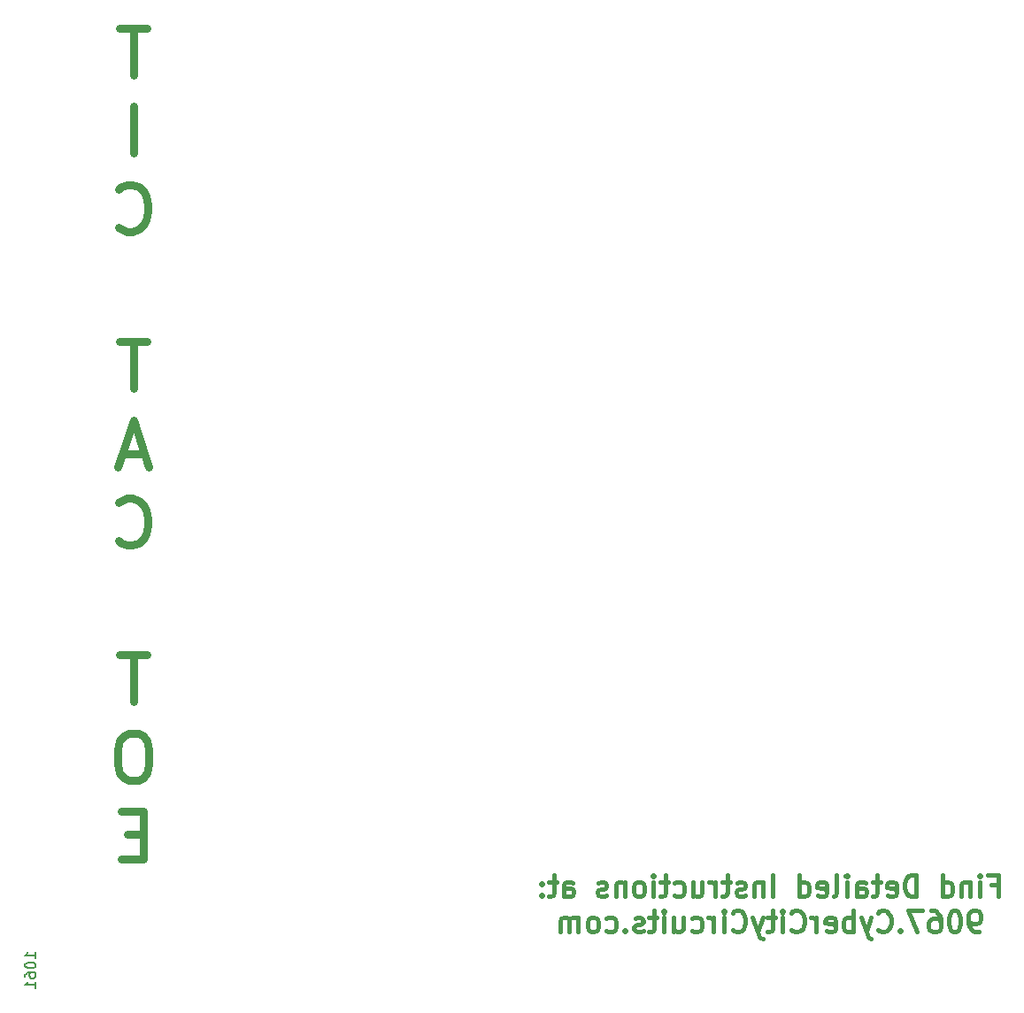
<source format=gbr>
%TF.GenerationSoftware,KiCad,Pcbnew,(5.1.9)-1*%
%TF.CreationDate,2021-03-23T14:53:16-04:00*%
%TF.ProjectId,TicTacToe,54696354-6163-4546-9f65-2e6b69636164,rev?*%
%TF.SameCoordinates,Original*%
%TF.FileFunction,Legend,Bot*%
%TF.FilePolarity,Positive*%
%FSLAX46Y46*%
G04 Gerber Fmt 4.6, Leading zero omitted, Abs format (unit mm)*
G04 Created by KiCad (PCBNEW (5.1.9)-1) date 2021-03-23 14:53:16*
%MOMM*%
%LPD*%
G01*
G04 APERTURE LIST*
%ADD10C,0.750000*%
%ADD11C,0.400000*%
%ADD12C,0.150000*%
%ADD13O,1.700000X1.700000*%
%ADD14R,1.700000X1.700000*%
%ADD15C,1.600000*%
%ADD16R,1.800000X1.800000*%
%ADD17C,1.800000*%
%ADD18C,2.200000*%
%ADD19R,1.600000X1.600000*%
%ADD20O,1.600000X1.600000*%
G04 APERTURE END LIST*
D10*
X62985714Y-53035714D02*
X60414285Y-53035714D01*
X61700000Y-57535714D02*
X61700000Y-53035714D01*
X61700000Y-65035714D02*
X61700000Y-60535714D01*
X60307142Y-72107142D02*
X60521428Y-72321428D01*
X61164285Y-72535714D01*
X61592857Y-72535714D01*
X62235714Y-72321428D01*
X62664285Y-71892857D01*
X62878571Y-71464285D01*
X63092857Y-70607142D01*
X63092857Y-69964285D01*
X62878571Y-69107142D01*
X62664285Y-68678571D01*
X62235714Y-68250000D01*
X61592857Y-68035714D01*
X61164285Y-68035714D01*
X60521428Y-68250000D01*
X60307142Y-68464285D01*
X62985714Y-83035714D02*
X60414285Y-83035714D01*
X61700000Y-87535714D02*
X61700000Y-83035714D01*
X62771428Y-93750000D02*
X60628571Y-93750000D01*
X63200000Y-95035714D02*
X61700000Y-90535714D01*
X60200000Y-95035714D01*
X60307142Y-102107142D02*
X60521428Y-102321428D01*
X61164285Y-102535714D01*
X61592857Y-102535714D01*
X62235714Y-102321428D01*
X62664285Y-101892857D01*
X62878571Y-101464285D01*
X63092857Y-100607142D01*
X63092857Y-99964285D01*
X62878571Y-99107142D01*
X62664285Y-98678571D01*
X62235714Y-98250000D01*
X61592857Y-98035714D01*
X61164285Y-98035714D01*
X60521428Y-98250000D01*
X60307142Y-98464285D01*
X62985714Y-113035714D02*
X60414285Y-113035714D01*
X61700000Y-117535714D02*
X61700000Y-113035714D01*
X62128571Y-120535714D02*
X61271428Y-120535714D01*
X60842857Y-120750000D01*
X60414285Y-121178571D01*
X60200000Y-122035714D01*
X60200000Y-123535714D01*
X60414285Y-124392857D01*
X60842857Y-124821428D01*
X61271428Y-125035714D01*
X62128571Y-125035714D01*
X62557142Y-124821428D01*
X62985714Y-124392857D01*
X63200000Y-123535714D01*
X63200000Y-122035714D01*
X62985714Y-121178571D01*
X62557142Y-120750000D01*
X62128571Y-120535714D01*
X62664285Y-130178571D02*
X61164285Y-130178571D01*
X60521428Y-132535714D02*
X62664285Y-132535714D01*
X62664285Y-128035714D01*
X60521428Y-128035714D01*
D11*
X143742857Y-135057142D02*
X144409523Y-135057142D01*
X144409523Y-136104761D02*
X144409523Y-134104761D01*
X143457142Y-134104761D01*
X142695238Y-136104761D02*
X142695238Y-134771428D01*
X142695238Y-134104761D02*
X142790476Y-134200000D01*
X142695238Y-134295238D01*
X142600000Y-134200000D01*
X142695238Y-134104761D01*
X142695238Y-134295238D01*
X141742857Y-134771428D02*
X141742857Y-136104761D01*
X141742857Y-134961904D02*
X141647619Y-134866666D01*
X141457142Y-134771428D01*
X141171428Y-134771428D01*
X140980952Y-134866666D01*
X140885714Y-135057142D01*
X140885714Y-136104761D01*
X139076190Y-136104761D02*
X139076190Y-134104761D01*
X139076190Y-136009523D02*
X139266666Y-136104761D01*
X139647619Y-136104761D01*
X139838095Y-136009523D01*
X139933333Y-135914285D01*
X140028571Y-135723809D01*
X140028571Y-135152380D01*
X139933333Y-134961904D01*
X139838095Y-134866666D01*
X139647619Y-134771428D01*
X139266666Y-134771428D01*
X139076190Y-134866666D01*
X136600000Y-136104761D02*
X136600000Y-134104761D01*
X136123809Y-134104761D01*
X135838095Y-134200000D01*
X135647619Y-134390476D01*
X135552380Y-134580952D01*
X135457142Y-134961904D01*
X135457142Y-135247619D01*
X135552380Y-135628571D01*
X135647619Y-135819047D01*
X135838095Y-136009523D01*
X136123809Y-136104761D01*
X136600000Y-136104761D01*
X133838095Y-136009523D02*
X134028571Y-136104761D01*
X134409523Y-136104761D01*
X134600000Y-136009523D01*
X134695238Y-135819047D01*
X134695238Y-135057142D01*
X134600000Y-134866666D01*
X134409523Y-134771428D01*
X134028571Y-134771428D01*
X133838095Y-134866666D01*
X133742857Y-135057142D01*
X133742857Y-135247619D01*
X134695238Y-135438095D01*
X133171428Y-134771428D02*
X132409523Y-134771428D01*
X132885714Y-134104761D02*
X132885714Y-135819047D01*
X132790476Y-136009523D01*
X132600000Y-136104761D01*
X132409523Y-136104761D01*
X130885714Y-136104761D02*
X130885714Y-135057142D01*
X130980952Y-134866666D01*
X131171428Y-134771428D01*
X131552380Y-134771428D01*
X131742857Y-134866666D01*
X130885714Y-136009523D02*
X131076190Y-136104761D01*
X131552380Y-136104761D01*
X131742857Y-136009523D01*
X131838095Y-135819047D01*
X131838095Y-135628571D01*
X131742857Y-135438095D01*
X131552380Y-135342857D01*
X131076190Y-135342857D01*
X130885714Y-135247619D01*
X129933333Y-136104761D02*
X129933333Y-134771428D01*
X129933333Y-134104761D02*
X130028571Y-134200000D01*
X129933333Y-134295238D01*
X129838095Y-134200000D01*
X129933333Y-134104761D01*
X129933333Y-134295238D01*
X128695238Y-136104761D02*
X128885714Y-136009523D01*
X128980952Y-135819047D01*
X128980952Y-134104761D01*
X127171428Y-136009523D02*
X127361904Y-136104761D01*
X127742857Y-136104761D01*
X127933333Y-136009523D01*
X128028571Y-135819047D01*
X128028571Y-135057142D01*
X127933333Y-134866666D01*
X127742857Y-134771428D01*
X127361904Y-134771428D01*
X127171428Y-134866666D01*
X127076190Y-135057142D01*
X127076190Y-135247619D01*
X128028571Y-135438095D01*
X125361904Y-136104761D02*
X125361904Y-134104761D01*
X125361904Y-136009523D02*
X125552380Y-136104761D01*
X125933333Y-136104761D01*
X126123809Y-136009523D01*
X126219047Y-135914285D01*
X126314285Y-135723809D01*
X126314285Y-135152380D01*
X126219047Y-134961904D01*
X126123809Y-134866666D01*
X125933333Y-134771428D01*
X125552380Y-134771428D01*
X125361904Y-134866666D01*
X122885714Y-136104761D02*
X122885714Y-134104761D01*
X121933333Y-134771428D02*
X121933333Y-136104761D01*
X121933333Y-134961904D02*
X121838095Y-134866666D01*
X121647619Y-134771428D01*
X121361904Y-134771428D01*
X121171428Y-134866666D01*
X121076190Y-135057142D01*
X121076190Y-136104761D01*
X120219047Y-136009523D02*
X120028571Y-136104761D01*
X119647619Y-136104761D01*
X119457142Y-136009523D01*
X119361904Y-135819047D01*
X119361904Y-135723809D01*
X119457142Y-135533333D01*
X119647619Y-135438095D01*
X119933333Y-135438095D01*
X120123809Y-135342857D01*
X120219047Y-135152380D01*
X120219047Y-135057142D01*
X120123809Y-134866666D01*
X119933333Y-134771428D01*
X119647619Y-134771428D01*
X119457142Y-134866666D01*
X118790476Y-134771428D02*
X118028571Y-134771428D01*
X118504761Y-134104761D02*
X118504761Y-135819047D01*
X118409523Y-136009523D01*
X118219047Y-136104761D01*
X118028571Y-136104761D01*
X117361904Y-136104761D02*
X117361904Y-134771428D01*
X117361904Y-135152380D02*
X117266666Y-134961904D01*
X117171428Y-134866666D01*
X116980952Y-134771428D01*
X116790476Y-134771428D01*
X115266666Y-134771428D02*
X115266666Y-136104761D01*
X116123809Y-134771428D02*
X116123809Y-135819047D01*
X116028571Y-136009523D01*
X115838095Y-136104761D01*
X115552380Y-136104761D01*
X115361904Y-136009523D01*
X115266666Y-135914285D01*
X113457142Y-136009523D02*
X113647619Y-136104761D01*
X114028571Y-136104761D01*
X114219047Y-136009523D01*
X114314285Y-135914285D01*
X114409523Y-135723809D01*
X114409523Y-135152380D01*
X114314285Y-134961904D01*
X114219047Y-134866666D01*
X114028571Y-134771428D01*
X113647619Y-134771428D01*
X113457142Y-134866666D01*
X112885714Y-134771428D02*
X112123809Y-134771428D01*
X112600000Y-134104761D02*
X112600000Y-135819047D01*
X112504761Y-136009523D01*
X112314285Y-136104761D01*
X112123809Y-136104761D01*
X111457142Y-136104761D02*
X111457142Y-134771428D01*
X111457142Y-134104761D02*
X111552380Y-134200000D01*
X111457142Y-134295238D01*
X111361904Y-134200000D01*
X111457142Y-134104761D01*
X111457142Y-134295238D01*
X110219047Y-136104761D02*
X110409523Y-136009523D01*
X110504761Y-135914285D01*
X110600000Y-135723809D01*
X110600000Y-135152380D01*
X110504761Y-134961904D01*
X110409523Y-134866666D01*
X110219047Y-134771428D01*
X109933333Y-134771428D01*
X109742857Y-134866666D01*
X109647619Y-134961904D01*
X109552380Y-135152380D01*
X109552380Y-135723809D01*
X109647619Y-135914285D01*
X109742857Y-136009523D01*
X109933333Y-136104761D01*
X110219047Y-136104761D01*
X108695238Y-134771428D02*
X108695238Y-136104761D01*
X108695238Y-134961904D02*
X108600000Y-134866666D01*
X108409523Y-134771428D01*
X108123809Y-134771428D01*
X107933333Y-134866666D01*
X107838095Y-135057142D01*
X107838095Y-136104761D01*
X106980952Y-136009523D02*
X106790476Y-136104761D01*
X106409523Y-136104761D01*
X106219047Y-136009523D01*
X106123809Y-135819047D01*
X106123809Y-135723809D01*
X106219047Y-135533333D01*
X106409523Y-135438095D01*
X106695238Y-135438095D01*
X106885714Y-135342857D01*
X106980952Y-135152380D01*
X106980952Y-135057142D01*
X106885714Y-134866666D01*
X106695238Y-134771428D01*
X106409523Y-134771428D01*
X106219047Y-134866666D01*
X102885714Y-136104761D02*
X102885714Y-135057142D01*
X102980952Y-134866666D01*
X103171428Y-134771428D01*
X103552380Y-134771428D01*
X103742857Y-134866666D01*
X102885714Y-136009523D02*
X103076190Y-136104761D01*
X103552380Y-136104761D01*
X103742857Y-136009523D01*
X103838095Y-135819047D01*
X103838095Y-135628571D01*
X103742857Y-135438095D01*
X103552380Y-135342857D01*
X103076190Y-135342857D01*
X102885714Y-135247619D01*
X102219047Y-134771428D02*
X101457142Y-134771428D01*
X101933333Y-134104761D02*
X101933333Y-135819047D01*
X101838095Y-136009523D01*
X101647619Y-136104761D01*
X101457142Y-136104761D01*
X100790476Y-135914285D02*
X100695238Y-136009523D01*
X100790476Y-136104761D01*
X100885714Y-136009523D01*
X100790476Y-135914285D01*
X100790476Y-136104761D01*
X100790476Y-134866666D02*
X100695238Y-134961904D01*
X100790476Y-135057142D01*
X100885714Y-134961904D01*
X100790476Y-134866666D01*
X100790476Y-135057142D01*
X142552380Y-139504761D02*
X142171428Y-139504761D01*
X141980952Y-139409523D01*
X141885714Y-139314285D01*
X141695238Y-139028571D01*
X141600000Y-138647619D01*
X141600000Y-137885714D01*
X141695238Y-137695238D01*
X141790476Y-137600000D01*
X141980952Y-137504761D01*
X142361904Y-137504761D01*
X142552380Y-137600000D01*
X142647619Y-137695238D01*
X142742857Y-137885714D01*
X142742857Y-138361904D01*
X142647619Y-138552380D01*
X142552380Y-138647619D01*
X142361904Y-138742857D01*
X141980952Y-138742857D01*
X141790476Y-138647619D01*
X141695238Y-138552380D01*
X141600000Y-138361904D01*
X140361904Y-137504761D02*
X140171428Y-137504761D01*
X139980952Y-137600000D01*
X139885714Y-137695238D01*
X139790476Y-137885714D01*
X139695238Y-138266666D01*
X139695238Y-138742857D01*
X139790476Y-139123809D01*
X139885714Y-139314285D01*
X139980952Y-139409523D01*
X140171428Y-139504761D01*
X140361904Y-139504761D01*
X140552380Y-139409523D01*
X140647619Y-139314285D01*
X140742857Y-139123809D01*
X140838095Y-138742857D01*
X140838095Y-138266666D01*
X140742857Y-137885714D01*
X140647619Y-137695238D01*
X140552380Y-137600000D01*
X140361904Y-137504761D01*
X137980952Y-137504761D02*
X138361904Y-137504761D01*
X138552380Y-137600000D01*
X138647619Y-137695238D01*
X138838095Y-137980952D01*
X138933333Y-138361904D01*
X138933333Y-139123809D01*
X138838095Y-139314285D01*
X138742857Y-139409523D01*
X138552380Y-139504761D01*
X138171428Y-139504761D01*
X137980952Y-139409523D01*
X137885714Y-139314285D01*
X137790476Y-139123809D01*
X137790476Y-138647619D01*
X137885714Y-138457142D01*
X137980952Y-138361904D01*
X138171428Y-138266666D01*
X138552380Y-138266666D01*
X138742857Y-138361904D01*
X138838095Y-138457142D01*
X138933333Y-138647619D01*
X137123809Y-137504761D02*
X135790476Y-137504761D01*
X136647619Y-139504761D01*
X135028571Y-139314285D02*
X134933333Y-139409523D01*
X135028571Y-139504761D01*
X135123809Y-139409523D01*
X135028571Y-139314285D01*
X135028571Y-139504761D01*
X132933333Y-139314285D02*
X133028571Y-139409523D01*
X133314285Y-139504761D01*
X133504761Y-139504761D01*
X133790476Y-139409523D01*
X133980952Y-139219047D01*
X134076190Y-139028571D01*
X134171428Y-138647619D01*
X134171428Y-138361904D01*
X134076190Y-137980952D01*
X133980952Y-137790476D01*
X133790476Y-137600000D01*
X133504761Y-137504761D01*
X133314285Y-137504761D01*
X133028571Y-137600000D01*
X132933333Y-137695238D01*
X132266666Y-138171428D02*
X131790476Y-139504761D01*
X131314285Y-138171428D02*
X131790476Y-139504761D01*
X131980952Y-139980952D01*
X132076190Y-140076190D01*
X132266666Y-140171428D01*
X130552380Y-139504761D02*
X130552380Y-137504761D01*
X130552380Y-138266666D02*
X130361904Y-138171428D01*
X129980952Y-138171428D01*
X129790476Y-138266666D01*
X129695238Y-138361904D01*
X129600000Y-138552380D01*
X129600000Y-139123809D01*
X129695238Y-139314285D01*
X129790476Y-139409523D01*
X129980952Y-139504761D01*
X130361904Y-139504761D01*
X130552380Y-139409523D01*
X127980952Y-139409523D02*
X128171428Y-139504761D01*
X128552380Y-139504761D01*
X128742857Y-139409523D01*
X128838095Y-139219047D01*
X128838095Y-138457142D01*
X128742857Y-138266666D01*
X128552380Y-138171428D01*
X128171428Y-138171428D01*
X127980952Y-138266666D01*
X127885714Y-138457142D01*
X127885714Y-138647619D01*
X128838095Y-138838095D01*
X127028571Y-139504761D02*
X127028571Y-138171428D01*
X127028571Y-138552380D02*
X126933333Y-138361904D01*
X126838095Y-138266666D01*
X126647619Y-138171428D01*
X126457142Y-138171428D01*
X124647619Y-139314285D02*
X124742857Y-139409523D01*
X125028571Y-139504761D01*
X125219047Y-139504761D01*
X125504761Y-139409523D01*
X125695238Y-139219047D01*
X125790476Y-139028571D01*
X125885714Y-138647619D01*
X125885714Y-138361904D01*
X125790476Y-137980952D01*
X125695238Y-137790476D01*
X125504761Y-137600000D01*
X125219047Y-137504761D01*
X125028571Y-137504761D01*
X124742857Y-137600000D01*
X124647619Y-137695238D01*
X123790476Y-139504761D02*
X123790476Y-138171428D01*
X123790476Y-137504761D02*
X123885714Y-137600000D01*
X123790476Y-137695238D01*
X123695238Y-137600000D01*
X123790476Y-137504761D01*
X123790476Y-137695238D01*
X123123809Y-138171428D02*
X122361904Y-138171428D01*
X122838095Y-137504761D02*
X122838095Y-139219047D01*
X122742857Y-139409523D01*
X122552380Y-139504761D01*
X122361904Y-139504761D01*
X121885714Y-138171428D02*
X121409523Y-139504761D01*
X120933333Y-138171428D02*
X121409523Y-139504761D01*
X121600000Y-139980952D01*
X121695238Y-140076190D01*
X121885714Y-140171428D01*
X119028571Y-139314285D02*
X119123809Y-139409523D01*
X119409523Y-139504761D01*
X119600000Y-139504761D01*
X119885714Y-139409523D01*
X120076190Y-139219047D01*
X120171428Y-139028571D01*
X120266666Y-138647619D01*
X120266666Y-138361904D01*
X120171428Y-137980952D01*
X120076190Y-137790476D01*
X119885714Y-137600000D01*
X119600000Y-137504761D01*
X119409523Y-137504761D01*
X119123809Y-137600000D01*
X119028571Y-137695238D01*
X118171428Y-139504761D02*
X118171428Y-138171428D01*
X118171428Y-137504761D02*
X118266666Y-137600000D01*
X118171428Y-137695238D01*
X118076190Y-137600000D01*
X118171428Y-137504761D01*
X118171428Y-137695238D01*
X117219047Y-139504761D02*
X117219047Y-138171428D01*
X117219047Y-138552380D02*
X117123809Y-138361904D01*
X117028571Y-138266666D01*
X116838095Y-138171428D01*
X116647619Y-138171428D01*
X115123809Y-139409523D02*
X115314285Y-139504761D01*
X115695238Y-139504761D01*
X115885714Y-139409523D01*
X115980952Y-139314285D01*
X116076190Y-139123809D01*
X116076190Y-138552380D01*
X115980952Y-138361904D01*
X115885714Y-138266666D01*
X115695238Y-138171428D01*
X115314285Y-138171428D01*
X115123809Y-138266666D01*
X113409523Y-138171428D02*
X113409523Y-139504761D01*
X114266666Y-138171428D02*
X114266666Y-139219047D01*
X114171428Y-139409523D01*
X113980952Y-139504761D01*
X113695238Y-139504761D01*
X113504761Y-139409523D01*
X113409523Y-139314285D01*
X112457142Y-139504761D02*
X112457142Y-138171428D01*
X112457142Y-137504761D02*
X112552380Y-137600000D01*
X112457142Y-137695238D01*
X112361904Y-137600000D01*
X112457142Y-137504761D01*
X112457142Y-137695238D01*
X111790476Y-138171428D02*
X111028571Y-138171428D01*
X111504761Y-137504761D02*
X111504761Y-139219047D01*
X111409523Y-139409523D01*
X111219047Y-139504761D01*
X111028571Y-139504761D01*
X110457142Y-139409523D02*
X110266666Y-139504761D01*
X109885714Y-139504761D01*
X109695238Y-139409523D01*
X109600000Y-139219047D01*
X109600000Y-139123809D01*
X109695238Y-138933333D01*
X109885714Y-138838095D01*
X110171428Y-138838095D01*
X110361904Y-138742857D01*
X110457142Y-138552380D01*
X110457142Y-138457142D01*
X110361904Y-138266666D01*
X110171428Y-138171428D01*
X109885714Y-138171428D01*
X109695238Y-138266666D01*
X108742857Y-139314285D02*
X108647619Y-139409523D01*
X108742857Y-139504761D01*
X108838095Y-139409523D01*
X108742857Y-139314285D01*
X108742857Y-139504761D01*
X106933333Y-139409523D02*
X107123809Y-139504761D01*
X107504761Y-139504761D01*
X107695238Y-139409523D01*
X107790476Y-139314285D01*
X107885714Y-139123809D01*
X107885714Y-138552380D01*
X107790476Y-138361904D01*
X107695238Y-138266666D01*
X107504761Y-138171428D01*
X107123809Y-138171428D01*
X106933333Y-138266666D01*
X105790476Y-139504761D02*
X105980952Y-139409523D01*
X106076190Y-139314285D01*
X106171428Y-139123809D01*
X106171428Y-138552380D01*
X106076190Y-138361904D01*
X105980952Y-138266666D01*
X105790476Y-138171428D01*
X105504761Y-138171428D01*
X105314285Y-138266666D01*
X105219047Y-138361904D01*
X105123809Y-138552380D01*
X105123809Y-139123809D01*
X105219047Y-139314285D01*
X105314285Y-139409523D01*
X105504761Y-139504761D01*
X105790476Y-139504761D01*
X104266666Y-139504761D02*
X104266666Y-138171428D01*
X104266666Y-138361904D02*
X104171428Y-138266666D01*
X103980952Y-138171428D01*
X103695238Y-138171428D01*
X103504761Y-138266666D01*
X103409523Y-138457142D01*
X103409523Y-139504761D01*
X103409523Y-138457142D02*
X103314285Y-138266666D01*
X103123809Y-138171428D01*
X102838095Y-138171428D01*
X102647619Y-138266666D01*
X102552380Y-138457142D01*
X102552380Y-139504761D01*
D12*
X52352380Y-142057142D02*
X52352380Y-141485714D01*
X52352380Y-141771428D02*
X51352380Y-141771428D01*
X51495238Y-141676190D01*
X51590476Y-141580952D01*
X51638095Y-141485714D01*
X51352380Y-142676190D02*
X51352380Y-142771428D01*
X51400000Y-142866666D01*
X51447619Y-142914285D01*
X51542857Y-142961904D01*
X51733333Y-143009523D01*
X51971428Y-143009523D01*
X52161904Y-142961904D01*
X52257142Y-142914285D01*
X52304761Y-142866666D01*
X52352380Y-142771428D01*
X52352380Y-142676190D01*
X52304761Y-142580952D01*
X52257142Y-142533333D01*
X52161904Y-142485714D01*
X51971428Y-142438095D01*
X51733333Y-142438095D01*
X51542857Y-142485714D01*
X51447619Y-142533333D01*
X51400000Y-142580952D01*
X51352380Y-142676190D01*
X51352380Y-143866666D02*
X51352380Y-143676190D01*
X51400000Y-143580952D01*
X51447619Y-143533333D01*
X51590476Y-143438095D01*
X51780952Y-143390476D01*
X52161904Y-143390476D01*
X52257142Y-143438095D01*
X52304761Y-143485714D01*
X52352380Y-143580952D01*
X52352380Y-143771428D01*
X52304761Y-143866666D01*
X52257142Y-143914285D01*
X52161904Y-143961904D01*
X51923809Y-143961904D01*
X51828571Y-143914285D01*
X51780952Y-143866666D01*
X51733333Y-143771428D01*
X51733333Y-143580952D01*
X51780952Y-143485714D01*
X51828571Y-143438095D01*
X51923809Y-143390476D01*
X52352380Y-144914285D02*
X52352380Y-144342857D01*
X52352380Y-144628571D02*
X51352380Y-144628571D01*
X51495238Y-144533333D01*
X51590476Y-144438095D01*
X51638095Y-144342857D01*
%LPC*%
D13*
%TO.C,J1*%
X146200000Y-139640000D03*
D14*
X146200000Y-137100000D03*
%TD*%
D15*
%TO.C,C1*%
X63870000Y-142890000D03*
X63870000Y-147890000D03*
%TD*%
D16*
%TO.C,D101*%
X74000000Y-57270000D03*
D17*
X74000000Y-54730000D03*
%TD*%
D16*
%TO.C,D102*%
X90000000Y-57270000D03*
D17*
X90000000Y-54730000D03*
%TD*%
%TO.C,D103*%
X90000000Y-70730000D03*
D16*
X90000000Y-73270000D03*
%TD*%
%TO.C,D104*%
X74000000Y-73270000D03*
D17*
X74000000Y-70730000D03*
%TD*%
%TO.C,D105*%
X82000000Y-54730000D03*
D16*
X82000000Y-57270000D03*
%TD*%
%TO.C,D106*%
X90000000Y-65270000D03*
D17*
X90000000Y-62730000D03*
%TD*%
%TO.C,D107*%
X82000000Y-70730000D03*
D16*
X82000000Y-73270000D03*
%TD*%
%TO.C,D108*%
X74000000Y-65270000D03*
D17*
X74000000Y-62730000D03*
%TD*%
%TO.C,D201*%
X100000000Y-54730000D03*
D16*
X100000000Y-57270000D03*
%TD*%
%TO.C,D202*%
X116000000Y-57270000D03*
D17*
X116000000Y-54730000D03*
%TD*%
D16*
%TO.C,D203*%
X116000000Y-73270000D03*
D17*
X116000000Y-70730000D03*
%TD*%
D16*
%TO.C,D204*%
X100000000Y-73270000D03*
D17*
X100000000Y-70730000D03*
%TD*%
%TO.C,D205*%
X108000000Y-54730000D03*
D16*
X108000000Y-57270000D03*
%TD*%
%TO.C,D206*%
X116000000Y-65270000D03*
D17*
X116000000Y-62730000D03*
%TD*%
%TO.C,D207*%
X108000000Y-70730000D03*
D16*
X108000000Y-73270000D03*
%TD*%
%TO.C,D208*%
X100000000Y-65270000D03*
D17*
X100000000Y-62730000D03*
%TD*%
%TO.C,D301*%
X126000000Y-54730000D03*
D16*
X126000000Y-57270000D03*
%TD*%
%TO.C,D302*%
X142000000Y-57270000D03*
D17*
X142000000Y-54730000D03*
%TD*%
%TO.C,D303*%
X142000000Y-70730000D03*
D16*
X142000000Y-73270000D03*
%TD*%
%TO.C,D304*%
X126000000Y-73270000D03*
D17*
X126000000Y-70730000D03*
%TD*%
%TO.C,D305*%
X134000000Y-54730000D03*
D16*
X134000000Y-57270000D03*
%TD*%
%TO.C,D306*%
X142000000Y-65270000D03*
D17*
X142000000Y-62730000D03*
%TD*%
%TO.C,D307*%
X134000000Y-70730000D03*
D16*
X134000000Y-73270000D03*
%TD*%
D17*
%TO.C,D308*%
X126000000Y-62730000D03*
D16*
X126000000Y-65270000D03*
%TD*%
D17*
%TO.C,D401*%
X74000000Y-80730000D03*
D16*
X74000000Y-83270000D03*
%TD*%
%TO.C,D402*%
X90000000Y-83270000D03*
D17*
X90000000Y-80730000D03*
%TD*%
%TO.C,D403*%
X90000000Y-96730000D03*
D16*
X90000000Y-99270000D03*
%TD*%
%TO.C,D404*%
X74000000Y-99270000D03*
D17*
X74000000Y-96730000D03*
%TD*%
%TO.C,D405*%
X82000000Y-80730000D03*
D16*
X82000000Y-83270000D03*
%TD*%
%TO.C,D406*%
X90000000Y-91270000D03*
D17*
X90000000Y-88730000D03*
%TD*%
%TO.C,D407*%
X82000000Y-96730000D03*
D16*
X82000000Y-99270000D03*
%TD*%
%TO.C,D408*%
X74000000Y-91270000D03*
D17*
X74000000Y-88730000D03*
%TD*%
%TO.C,D501*%
X100000000Y-80730000D03*
D16*
X100000000Y-83270000D03*
%TD*%
%TO.C,D502*%
X116000000Y-83270000D03*
D17*
X116000000Y-80730000D03*
%TD*%
D16*
%TO.C,D503*%
X116000000Y-99270000D03*
D17*
X116000000Y-96730000D03*
%TD*%
%TO.C,D504*%
X100000000Y-96730000D03*
D16*
X100000000Y-99270000D03*
%TD*%
%TO.C,D505*%
X108000000Y-83270000D03*
D17*
X108000000Y-80730000D03*
%TD*%
%TO.C,D506*%
X116000000Y-88730000D03*
D16*
X116000000Y-91270000D03*
%TD*%
%TO.C,D507*%
X108000000Y-99270000D03*
D17*
X108000000Y-96730000D03*
%TD*%
%TO.C,D508*%
X100000000Y-88730000D03*
D16*
X100000000Y-91270000D03*
%TD*%
%TO.C,D601*%
X126000000Y-83270000D03*
D17*
X126000000Y-80730000D03*
%TD*%
%TO.C,D602*%
X142000000Y-80730000D03*
D16*
X142000000Y-83270000D03*
%TD*%
%TO.C,D603*%
X142000000Y-99270000D03*
D17*
X142000000Y-96730000D03*
%TD*%
%TO.C,D604*%
X126000000Y-96730000D03*
D16*
X126000000Y-99270000D03*
%TD*%
%TO.C,D605*%
X134000000Y-83270000D03*
D17*
X134000000Y-80730000D03*
%TD*%
%TO.C,D606*%
X142000000Y-88730000D03*
D16*
X142000000Y-91270000D03*
%TD*%
%TO.C,D607*%
X134000000Y-99270000D03*
D17*
X134000000Y-96730000D03*
%TD*%
%TO.C,D608*%
X126000000Y-88730000D03*
D16*
X126000000Y-91270000D03*
%TD*%
%TO.C,D701*%
X74000000Y-109270000D03*
D17*
X74000000Y-106730000D03*
%TD*%
%TO.C,D702*%
X90000000Y-106730000D03*
D16*
X90000000Y-109270000D03*
%TD*%
%TO.C,D703*%
X90000000Y-125270000D03*
D17*
X90000000Y-122730000D03*
%TD*%
%TO.C,D704*%
X74000000Y-122730000D03*
D16*
X74000000Y-125270000D03*
%TD*%
D17*
%TO.C,D705*%
X82000000Y-106730000D03*
D16*
X82000000Y-109270000D03*
%TD*%
D17*
%TO.C,D706*%
X90000000Y-114730000D03*
D16*
X90000000Y-117270000D03*
%TD*%
D17*
%TO.C,D707*%
X82000000Y-122730000D03*
D16*
X82000000Y-125270000D03*
%TD*%
%TO.C,D708*%
X74000000Y-117270000D03*
D17*
X74000000Y-114730000D03*
%TD*%
%TO.C,D801*%
X100000000Y-106730000D03*
D16*
X100000000Y-109270000D03*
%TD*%
%TO.C,D802*%
X116000000Y-109270000D03*
D17*
X116000000Y-106730000D03*
%TD*%
%TO.C,D803*%
X116000000Y-122730000D03*
D16*
X116000000Y-125270000D03*
%TD*%
%TO.C,D804*%
X100000000Y-125270000D03*
D17*
X100000000Y-122730000D03*
%TD*%
%TO.C,D805*%
X108000000Y-106730000D03*
D16*
X108000000Y-109270000D03*
%TD*%
%TO.C,D806*%
X116000000Y-117270000D03*
D17*
X116000000Y-114730000D03*
%TD*%
%TO.C,D807*%
X108000000Y-122730000D03*
D16*
X108000000Y-125270000D03*
%TD*%
%TO.C,D808*%
X100000000Y-117270000D03*
D17*
X100000000Y-114730000D03*
%TD*%
%TO.C,D901*%
X126000000Y-106730000D03*
D16*
X126000000Y-109270000D03*
%TD*%
%TO.C,D902*%
X142000000Y-109270000D03*
D17*
X142000000Y-106730000D03*
%TD*%
%TO.C,D903*%
X142000000Y-122730000D03*
D16*
X142000000Y-125270000D03*
%TD*%
%TO.C,D904*%
X126000000Y-125270000D03*
D17*
X126000000Y-122730000D03*
%TD*%
%TO.C,D905*%
X134000000Y-106730000D03*
D16*
X134000000Y-109270000D03*
%TD*%
%TO.C,D906*%
X142000000Y-117270000D03*
D17*
X142000000Y-114730000D03*
%TD*%
%TO.C,D907*%
X134000000Y-122730000D03*
D16*
X134000000Y-125270000D03*
%TD*%
%TO.C,D908*%
X126000000Y-117270000D03*
D17*
X126000000Y-114730000D03*
%TD*%
D15*
%TO.C,R1*%
X67000000Y-54000000D03*
X57000000Y-54000000D03*
%TD*%
%TO.C,R2*%
X67000000Y-63000000D03*
X57000000Y-63000000D03*
%TD*%
%TO.C,R3*%
X67000000Y-72000000D03*
X57000000Y-72000000D03*
%TD*%
%TO.C,R4*%
X57000000Y-81000000D03*
X67000000Y-81000000D03*
%TD*%
%TO.C,R5*%
X67000000Y-90000000D03*
X57000000Y-90000000D03*
%TD*%
%TO.C,R6*%
X57000000Y-99000000D03*
X67000000Y-99000000D03*
%TD*%
%TO.C,R7*%
X67000000Y-108000000D03*
X57000000Y-108000000D03*
%TD*%
%TO.C,R8*%
X57000000Y-117000000D03*
X67000000Y-117000000D03*
%TD*%
%TO.C,R9*%
X67000000Y-126000000D03*
X57000000Y-126000000D03*
%TD*%
%TO.C,R10*%
X60500000Y-148010000D03*
X60500000Y-138010000D03*
%TD*%
%TO.C,R11*%
X57500000Y-138010000D03*
X57500000Y-148010000D03*
%TD*%
%TO.C,R12*%
X54500000Y-138010000D03*
X54500000Y-148010000D03*
%TD*%
%TO.C,R101*%
X57000000Y-57000000D03*
X67000000Y-57000000D03*
%TD*%
%TO.C,R102*%
X67000000Y-60000000D03*
X57000000Y-60000000D03*
%TD*%
%TO.C,R201*%
X67000000Y-66000000D03*
X57000000Y-66000000D03*
%TD*%
%TO.C,R202*%
X57000000Y-69000000D03*
X67000000Y-69000000D03*
%TD*%
%TO.C,R301*%
X57000000Y-75000000D03*
X67000000Y-75000000D03*
%TD*%
%TO.C,R302*%
X67000000Y-78000000D03*
X57000000Y-78000000D03*
%TD*%
%TO.C,R401*%
X57000000Y-84000000D03*
X67000000Y-84000000D03*
%TD*%
%TO.C,R402*%
X67000000Y-87000000D03*
X57000000Y-87000000D03*
%TD*%
%TO.C,R501*%
X67000000Y-93000000D03*
X57000000Y-93000000D03*
%TD*%
%TO.C,R502*%
X57000000Y-96000000D03*
X67000000Y-96000000D03*
%TD*%
%TO.C,R601*%
X67000000Y-102000000D03*
X57000000Y-102000000D03*
%TD*%
%TO.C,R602*%
X57000000Y-105000000D03*
X67000000Y-105000000D03*
%TD*%
%TO.C,R701*%
X67000000Y-111000000D03*
X57000000Y-111000000D03*
%TD*%
%TO.C,R702*%
X57000000Y-114000000D03*
X67000000Y-114000000D03*
%TD*%
%TO.C,R801*%
X57000000Y-120000000D03*
X67000000Y-120000000D03*
%TD*%
%TO.C,R802*%
X67000000Y-123000000D03*
X57000000Y-123000000D03*
%TD*%
%TO.C,R901*%
X67000000Y-129000000D03*
X57000000Y-129000000D03*
%TD*%
%TO.C,R902*%
X67000000Y-132000000D03*
X57000000Y-132000000D03*
%TD*%
D18*
%TO.C,SW1*%
X79750000Y-67250000D03*
X79750000Y-60750000D03*
X84250000Y-67250000D03*
X84250000Y-60750000D03*
%TD*%
%TO.C,SW2*%
X105750000Y-67250000D03*
X105750000Y-60750000D03*
X110250000Y-67250000D03*
X110250000Y-60750000D03*
%TD*%
%TO.C,SW3*%
X136250000Y-60750000D03*
X136250000Y-67250000D03*
X131750000Y-60750000D03*
X131750000Y-67250000D03*
%TD*%
%TO.C,SW4*%
X79750000Y-93250000D03*
X79750000Y-86750000D03*
X84250000Y-93250000D03*
X84250000Y-86750000D03*
%TD*%
%TO.C,SW5*%
X110250000Y-86750000D03*
X110250000Y-93250000D03*
X105750000Y-86750000D03*
X105750000Y-93250000D03*
%TD*%
%TO.C,SW6*%
X131750000Y-93250000D03*
X131750000Y-86750000D03*
X136250000Y-93250000D03*
X136250000Y-86750000D03*
%TD*%
%TO.C,SW7*%
X84250000Y-112750000D03*
X84250000Y-119250000D03*
X79750000Y-112750000D03*
X79750000Y-119250000D03*
%TD*%
%TO.C,SW8*%
X110250000Y-112750000D03*
X110250000Y-119250000D03*
X105750000Y-112750000D03*
X105750000Y-119250000D03*
%TD*%
%TO.C,SW9*%
X131750000Y-119250000D03*
X131750000Y-112750000D03*
X136250000Y-119250000D03*
X136250000Y-112750000D03*
%TD*%
D19*
%TO.C,U1*%
X108000000Y-146000000D03*
D20*
X141020000Y-130760000D03*
X110540000Y-146000000D03*
X138480000Y-130760000D03*
X113080000Y-146000000D03*
X135940000Y-130760000D03*
X115620000Y-146000000D03*
X133400000Y-130760000D03*
X118160000Y-146000000D03*
X130860000Y-130760000D03*
X120700000Y-146000000D03*
X128320000Y-130760000D03*
X123240000Y-146000000D03*
X125780000Y-130760000D03*
X125780000Y-146000000D03*
X123240000Y-130760000D03*
X128320000Y-146000000D03*
X120700000Y-130760000D03*
X130860000Y-146000000D03*
X118160000Y-130760000D03*
X133400000Y-146000000D03*
X115620000Y-130760000D03*
X135940000Y-146000000D03*
X113080000Y-130760000D03*
X138480000Y-146000000D03*
X110540000Y-130760000D03*
X141020000Y-146000000D03*
X108000000Y-130760000D03*
X143560000Y-146000000D03*
X143560000Y-130760000D03*
%TD*%
D19*
%TO.C,U2*%
X100250000Y-140010000D03*
D20*
X67230000Y-147630000D03*
X97710000Y-140010000D03*
X69770000Y-147630000D03*
X95170000Y-140010000D03*
X72310000Y-147630000D03*
X92630000Y-140010000D03*
X74850000Y-147630000D03*
X90090000Y-140010000D03*
X77390000Y-147630000D03*
X87550000Y-140010000D03*
X79930000Y-147630000D03*
X85010000Y-140010000D03*
X82470000Y-147630000D03*
X82470000Y-140010000D03*
X85010000Y-147630000D03*
X79930000Y-140010000D03*
X87550000Y-147630000D03*
X77390000Y-140010000D03*
X90090000Y-147630000D03*
X74850000Y-140010000D03*
X92630000Y-147630000D03*
X72310000Y-140010000D03*
X95170000Y-147630000D03*
X69770000Y-140010000D03*
X97710000Y-147630000D03*
X67230000Y-140010000D03*
X100250000Y-147630000D03*
%TD*%
M02*

</source>
